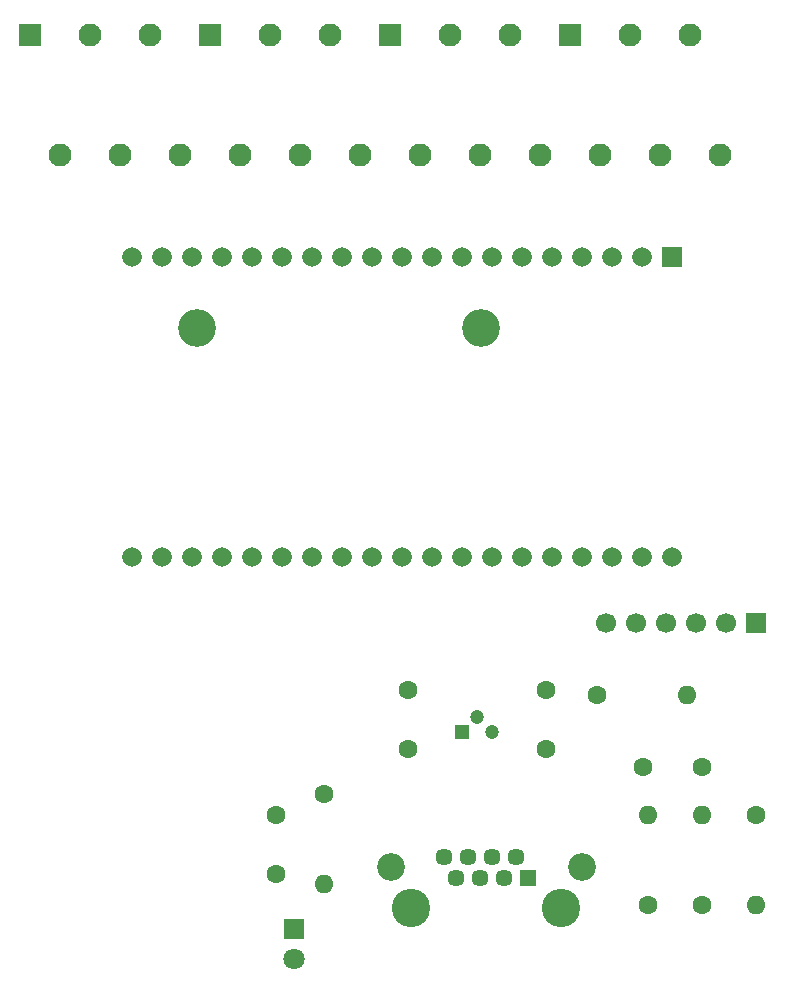
<source format=gbs>
G04 #@! TF.GenerationSoftware,KiCad,Pcbnew,9.0.1*
G04 #@! TF.CreationDate,2025-05-26T13:20:38+02:00*
G04 #@! TF.ProjectId,ESP Interface Board,45535020-496e-4746-9572-666163652042,rev?*
G04 #@! TF.SameCoordinates,Original*
G04 #@! TF.FileFunction,Soldermask,Bot*
G04 #@! TF.FilePolarity,Negative*
%FSLAX46Y46*%
G04 Gerber Fmt 4.6, Leading zero omitted, Abs format (unit mm)*
G04 Created by KiCad (PCBNEW 9.0.1) date 2025-05-26 13:20:38*
%MOMM*%
%LPD*%
G01*
G04 APERTURE LIST*
%ADD10C,3.200000*%
%ADD11R,1.950000X1.950000*%
%ADD12C,1.950000*%
%ADD13C,1.600000*%
%ADD14O,1.600000X1.600000*%
%ADD15R,1.700000X1.700000*%
%ADD16C,1.700000*%
%ADD17R,1.800000X1.800000*%
%ADD18C,1.800000*%
%ADD19R,1.446000X1.446000*%
%ADD20C,1.446000*%
%ADD21C,2.355000*%
%ADD22C,3.250000*%
%ADD23R,1.665000X1.665000*%
%ADD24C,1.665000*%
%ADD25R,1.200000X1.200000*%
%ADD26C,1.200000*%
G04 APERTURE END LIST*
D10*
X123500000Y-101000000D03*
X99500000Y-101000000D03*
D11*
X131060000Y-76220000D03*
D12*
X133600000Y-86380000D03*
X136140000Y-76220000D03*
X138680000Y-86380000D03*
X141220000Y-76220000D03*
X143760000Y-86380000D03*
D11*
X100580000Y-76220000D03*
D12*
X103120000Y-86380000D03*
X105660000Y-76220000D03*
X108200000Y-86380000D03*
X110740000Y-76220000D03*
X113280000Y-86380000D03*
D11*
X85340000Y-76220000D03*
D12*
X87880000Y-86380000D03*
X90420000Y-76220000D03*
X92960000Y-86380000D03*
X95500000Y-76220000D03*
X98040000Y-86380000D03*
D11*
X115820000Y-76220000D03*
D12*
X118360000Y-86380000D03*
X120900000Y-76220000D03*
X123440000Y-86380000D03*
X125980000Y-76220000D03*
X128520000Y-86380000D03*
D13*
X146812000Y-142240000D03*
D14*
X146812000Y-149860000D03*
D13*
X142240000Y-149860000D03*
D14*
X142240000Y-142240000D03*
D13*
X110236000Y-140462000D03*
D14*
X110236000Y-148082000D03*
D13*
X137668000Y-149860000D03*
D14*
X137668000Y-142240000D03*
X140970000Y-132080000D03*
D13*
X133350000Y-132080000D03*
D15*
X146812000Y-125984000D03*
D16*
X144272000Y-125984000D03*
X141732000Y-125984000D03*
X139192000Y-125984000D03*
X136652000Y-125984000D03*
X134112000Y-125984000D03*
D17*
X107696000Y-151892000D03*
D18*
X107696000Y-154432000D03*
D13*
X117347000Y-136652000D03*
X117347000Y-131652000D03*
X129031000Y-136652000D03*
X129031000Y-131652000D03*
X142240000Y-138176000D03*
X137240000Y-138176000D03*
X106172000Y-147280000D03*
X106172000Y-142280000D03*
D19*
X127506000Y-147576000D03*
D20*
X126491000Y-145796000D03*
X125476000Y-147576000D03*
X124461000Y-145796000D03*
X123441000Y-147576000D03*
X122426000Y-145796000D03*
X121411000Y-147576000D03*
X120396000Y-145796000D03*
D21*
X132051000Y-146686000D03*
X115851000Y-146686000D03*
D22*
X130301000Y-150116000D03*
X117601000Y-150116000D03*
D23*
X139700000Y-94996000D03*
D24*
X137160000Y-94996000D03*
X134620000Y-94996000D03*
X132080000Y-94996000D03*
X129540000Y-94996000D03*
X127000000Y-94996000D03*
X124460000Y-94996000D03*
X121920000Y-94996000D03*
X119380000Y-94996000D03*
X116840000Y-94996000D03*
X114300000Y-94996000D03*
X111760000Y-94996000D03*
X109220000Y-94996000D03*
X106680000Y-94996000D03*
X104140000Y-94996000D03*
X101600000Y-94996000D03*
X99060000Y-94996000D03*
X96520000Y-94996000D03*
X93980000Y-94996000D03*
X93980000Y-120396000D03*
X96520000Y-120396000D03*
X99060000Y-120396000D03*
X101600000Y-120396000D03*
X104140000Y-120396000D03*
X106680000Y-120396000D03*
X109220000Y-120396000D03*
X111760000Y-120396000D03*
X114300000Y-120396000D03*
X116840000Y-120396000D03*
X119380000Y-120396000D03*
X121920000Y-120396000D03*
X124460000Y-120396000D03*
X127000000Y-120396000D03*
X129540000Y-120396000D03*
X132080000Y-120396000D03*
X134620000Y-120396000D03*
X137160000Y-120396000D03*
X139700000Y-120396000D03*
D25*
X121919000Y-135208000D03*
D26*
X123189000Y-133938000D03*
X124459000Y-135208000D03*
M02*

</source>
